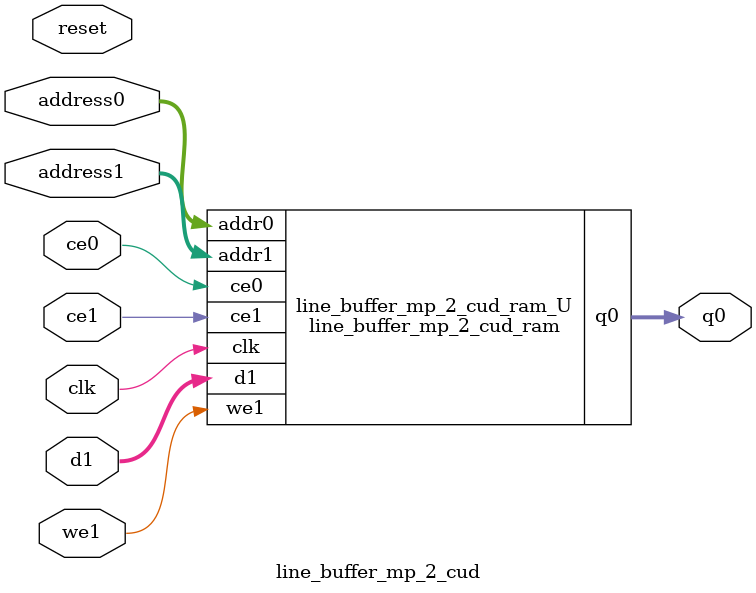
<source format=v>

`timescale 1 ns / 1 ps
module line_buffer_mp_2_cud_ram (addr0, ce0, q0, addr1, ce1, d1, we1,  clk);

parameter DWIDTH = 16;
parameter AWIDTH = 13;
parameter MEM_SIZE = 4224;

input[AWIDTH-1:0] addr0;
input ce0;
output reg[DWIDTH-1:0] q0;
input[AWIDTH-1:0] addr1;
input ce1;
input[DWIDTH-1:0] d1;
input we1;
input clk;

(* ram_style = "block" *)reg [DWIDTH-1:0] ram[0:MEM_SIZE-1];




always @(posedge clk)  
begin 
    if (ce0) 
    begin
            q0 <= ram[addr0];
    end
end


always @(posedge clk)  
begin 
    if (ce1) 
    begin
        if (we1) 
        begin 
            ram[addr1] <= d1; 
        end 
    end
end


endmodule


`timescale 1 ns / 1 ps
module line_buffer_mp_2_cud(
    reset,
    clk,
    address0,
    ce0,
    q0,
    address1,
    ce1,
    we1,
    d1);

parameter DataWidth = 32'd16;
parameter AddressRange = 32'd4224;
parameter AddressWidth = 32'd13;
input reset;
input clk;
input[AddressWidth - 1:0] address0;
input ce0;
output[DataWidth - 1:0] q0;
input[AddressWidth - 1:0] address1;
input ce1;
input we1;
input[DataWidth - 1:0] d1;



line_buffer_mp_2_cud_ram line_buffer_mp_2_cud_ram_U(
    .clk( clk ),
    .addr0( address0 ),
    .ce0( ce0 ),
    .q0( q0 ),
    .addr1( address1 ),
    .ce1( ce1 ),
    .d1( d1 ),
    .we1( we1 ));

endmodule


</source>
